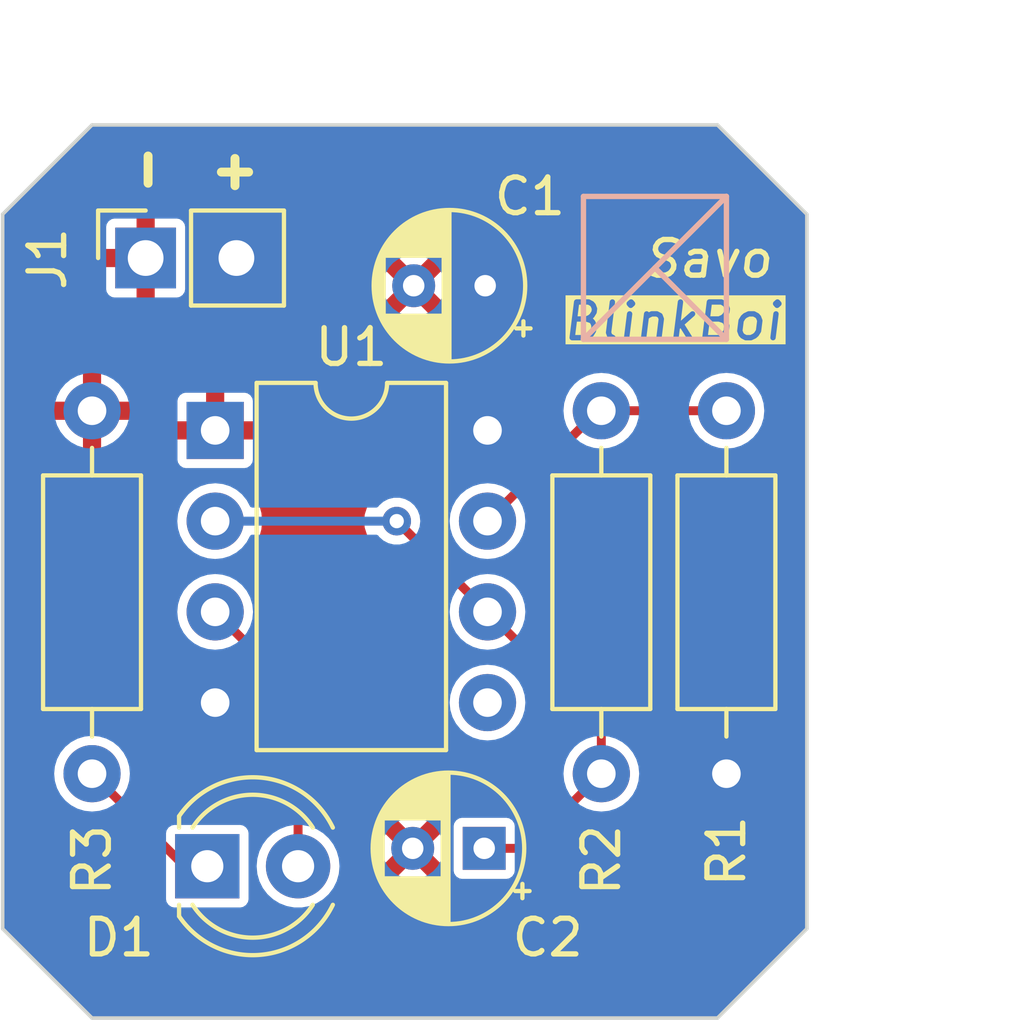
<source format=kicad_pcb>
(kicad_pcb (version 20221018) (generator pcbnew)
  (title_block (title "BlinkBoi") (date "2023-07-14") (rev "1.3") (company "HPVDT") (comment 1 "Practice KiCad project") (comment 3 "Should flash at about 0.5 Hz") (comment 4 "555 timer based LED blinker"))
  (layers (0 "F.Cu" signal) (31 "B.Cu" signal) (34 "B.Paste" user) (35 "F.Paste" user) (36 "B.SilkS" user "B.Silkscreen") (37 "F.SilkS" user "F.Silkscreen") (38 "B.Mask" user) (39 "F.Mask" user) (44 "Edge.Cuts" user))
  (net 0 "")
  (net 1 "VCC")
  (net 2 "GND")
  (net 3 "/THR")
  (net 4 "/OUT")
  (net 5 "/DIS")
  (net 7 "Net-(D1-K)")
  (footprint "LED_THT:LED_D4.0mm" (layer "F.Cu") (at 155.725 98.25)
    (fp_text reference "D1" (at -2.475 2) (layer "F.SilkS"))
    (fp_text value "LED")
    (fp_line (start -0.79 -1.399) (end -0.79 -1.08) (stroke (width 0.12)) (layer "F.SilkS"))
    (fp_line (start -0.79 1.08) (end -0.79 1.399) (stroke (width 0.12)) (layer "F.SilkS"))
    (fp_arc (start -0.79 -1.398749) (mid 1.453519 -2.483228) (end 3.513242 -1.080724) (stroke (width 0.12)) (layer "F.SilkS"))
    (fp_arc (start -0.41333 -1.08) (mid 1.269429 -2) (end 2.952713 -1.080961) (stroke (width 0.12)) (layer "F.SilkS"))
    (fp_arc (start 2.952713 1.080961) (mid 1.269429 2) (end -0.41333 1.08) (stroke (width 0.12)) (layer "F.SilkS"))
    (fp_arc (start 3.513242 1.080724) (mid 1.453519 2.483228) (end -0.79 1.398749) (stroke (width 0.12)) (layer "F.SilkS"))
    (pad "1" thru_hole rect (at 0 0) (size 1.8 1.8) (drill 0.9) (layers "*.Cu" "*.Mask") (net 7 "Net-(D1-K)"))
    (pad "2" thru_hole circle (at 2.54 0) (size 1.8 1.8) (drill 0.9) (layers "*.Cu" "*.Mask") (net 4 "/OUT"))
  )
  (footprint "Connector_PinSocket_2.54mm:PinSocket_1x02_P2.54mm_Vertical" (layer "F.Cu") (at 154 81.225 90)
    (fp_text reference "J1" (at -0.025 -2.75 270) (layer "F.SilkS"))
    (fp_text value "PWR")
    (fp_line (start -1.33 1.27) (end -1.33 3.87) (stroke (width 0.12)) (layer "F.SilkS"))
    (fp_line (start -1.33 1.27) (end 1.33 1.27) (stroke (width 0.12)) (layer "F.SilkS"))
    (fp_line (start -1.33 3.87) (end 1.33 3.87) (stroke (width 0.12)) (layer "F.SilkS"))
    (fp_line (start 0 -1.33) (end 1.33 -1.33) (stroke (width 0.12)) (layer "F.SilkS"))
    (fp_line (start 1.33 -1.33) (end 1.33 0) (stroke (width 0.12)) (layer "F.SilkS"))
    (fp_line (start 1.33 1.27) (end 1.33 3.87) (stroke (width 0.12)) (layer "F.SilkS"))
    (pad "1" thru_hole rect (at 0 0 90) (size 1.7 1.7) (drill 1) (layers "*.Cu" "*.Mask") (net 2 "GND"))
    (pad "2" thru_hole oval (at 0 2.54 90) (size 1.7 1.7) (drill 1) (layers "*.Cu" "*.Mask") (net 1 "VCC"))
  )
  (footprint "Package_DIP:DIP-8_W7.62mm" (layer "F.Cu") (at 155.945199 86.05)
    (fp_text reference "U1" (at 3.81 -2.33) (layer "F.SilkS"))
    (fp_text value "LM555xN")
    (fp_line (start 1.16 -1.33) (end 1.16 8.95) (stroke (width 0.12)) (layer "F.SilkS"))
    (fp_line (start 1.16 8.95) (end 6.46 8.95) (stroke (width 0.12)) (layer "F.SilkS"))
    (fp_line (start 2.81 -1.33) (end 1.16 -1.33) (stroke (width 0.12)) (layer "F.SilkS"))
    (fp_line (start 6.46 -1.33) (end 4.81 -1.33) (stroke (width 0.12)) (layer "F.SilkS"))
    (fp_line (start 6.46 8.95) (end 6.46 -1.33) (stroke (width 0.12)) (layer "F.SilkS"))
    (fp_arc (start 4.81 -1.33) (mid 3.81 -0.33) (end 2.81 -1.33) (stroke (width 0.12)) (layer "F.SilkS"))
    (pad "1" thru_hole rect (at 0 0) (size 1.6 1.6) (drill 0.8) (layers "*.Cu" "*.Mask") (net 2 "GND"))
    (pad "2" thru_hole oval (at 0 2.54) (size 1.6 1.6) (drill 0.8) (layers "*.Cu" "*.Mask") (net 3 "/THR"))
    (pad "3" thru_hole oval (at 0 5.08) (size 1.6 1.6) (drill 0.8) (layers "*.Cu" "*.Mask") (net 4 "/OUT"))
    (pad "4" thru_hole oval (at 0 7.62) (size 1.6 1.6) (drill 0.8) (layers "*.Cu" "*.Mask") (net 1 "VCC"))
    (pad "5" thru_hole oval (at 7.62 7.62) (size 1.6 1.6) (drill 0.8) (layers "*.Cu" "*.Mask"))
    (pad "6" thru_hole oval (at 7.62 5.08) (size 1.6 1.6) (drill 0.8) (layers "*.Cu" "*.Mask") (net 3 "/THR"))
    (pad "7" thru_hole oval (at 7.62 2.54) (size 1.6 1.6) (drill 0.8) (layers "*.Cu" "*.Mask") (net 5 "/DIS"))
    (pad "8" thru_hole oval (at 7.62 0) (size 1.6 1.6) (drill 0.8) (layers "*.Cu" "*.Mask") (net 1 "VCC"))
  )
  (footprint "Resistor_THT:R_Axial_DIN0207_L6.3mm_D2.5mm_P10.16mm_Horizontal" (layer "F.Cu") (at 170.25 95.66 90)
    (fp_text reference "R1" (at -2.17 0 90) (layer "F.SilkS"))
    (fp_text value "1k")
    (fp_line (start 1.04 0) (end 1.81 0) (stroke (width 0.12)) (layer "F.SilkS"))
    (fp_line (start 1.81 -1.37) (end 1.81 1.37) (stroke (width 0.12)) (layer "F.SilkS"))
    (fp_line (start 1.81 1.37) (end 8.35 1.37) (stroke (width 0.12)) (layer "F.SilkS"))
    (fp_line (start 8.35 -1.37) (end 1.81 -1.37) (stroke (width 0.12)) (layer "F.SilkS"))
    (fp_line (start 8.35 1.37) (end 8.35 -1.37) (stroke (width 0.12)) (layer "F.SilkS"))
    (fp_line (start 9.12 0) (end 8.35 0) (stroke (width 0.12)) (layer "F.SilkS"))
    (pad "1" thru_hole circle (at 0 0 90) (size 1.6 1.6) (drill 0.8) (layers "*.Cu" "*.Mask") (net 1 "VCC"))
    (pad "2" thru_hole oval (at 10.16 0 90) (size 1.6 1.6) (drill 0.8) (layers "*.Cu" "*.Mask") (net 5 "/DIS"))
  )
  (footprint "Capacitor_THT:CP_Radial_D4.0mm_P2.00mm" (layer "F.Cu") (at 163.4726 97.75 180)
    (fp_text reference "C2" (at -1.7774 -2.5) (layer "F.SilkS"))
    (fp_text value "10u")
    (fp_line (start -1.269801 -1.195) (end -0.869801 -1.195) (stroke (width 0.12)) (layer "F.SilkS"))
    (fp_line (start -1.069801 -1.395) (end -1.069801 -0.995) (stroke (width 0.12)) (layer "F.SilkS"))
    (fp_line (start 1 -2.08) (end 1 2.08) (stroke (width 0.12)) (layer "F.SilkS"))
    (fp_line (start 1.04 -2.08) (end 1.04 2.08) (stroke (width 0.12)) (layer "F.SilkS"))
    (fp_line (start 1.08 -2.079) (end 1.08 2.079) (stroke (width 0.12)) (layer "F.SilkS"))
    (fp_line (start 1.12 -2.077) (end 1.12 2.077) (stroke (width 0.12)) (layer "F.SilkS"))
    (fp_line (start 1.16 -2.074) (end 1.16 2.074) (stroke (width 0.12)) (layer "F.SilkS"))
    (fp_line (start 1.2 -2.071) (end 1.2 -0.84) (stroke (width 0.12)) (layer "F.SilkS"))
    (fp_line (start 1.2 0.84) (end 1.2 2.071) (stroke (width 0.12)) (layer "F.SilkS"))
    (fp_line (start 1.24 -2.067) (end 1.24 -0.84) (stroke (width 0.12)) (layer "F.SilkS"))
    (fp_line (start 1.24 0.84) (end 1.24 2.067) (stroke (width 0.12)) (layer "F.SilkS"))
    (fp_line (start 1.28 -2.062) (end 1.28 -0.84) (stroke (width 0.12)) (layer "F.SilkS"))
    (fp_line (start 1.28 0.84) (end 1.28 2.062) (stroke (width 0.12)) (layer "F.SilkS"))
    (fp_line (start 1.32 -2.056) (end 1.32 -0.84) (stroke (width 0.12)) (layer "F.SilkS"))
    (fp_line (start 1.32 0.84) (end 1.32 2.056) (stroke (width 0.12)) (layer "F.SilkS"))
    (fp_line (start 1.36 -2.05) (end 1.36 -0.84) (stroke (width 0.12)) (layer "F.SilkS"))
    (fp_line (start 1.36 0.84) (end 1.36 2.05) (stroke (width 0.12)) (layer "F.SilkS"))
    (fp_line (start 1.4 -2.042) (end 1.4 -0.84) (stroke (width 0.12)) (layer "F.SilkS"))
    (fp_line (start 1.4 0.84) (end 1.4 2.042) (stroke (width 0.12)) (layer "F.SilkS"))
    (fp_line (start 1.44 -2.034) (end 1.44 -0.84) (stroke (width 0.12)) (layer "F.SilkS"))
    (fp_line (start 1.44 0.84) (end 1.44 2.034) (stroke (width 0.12)) (layer "F.SilkS"))
    (fp_line (start 1.48 -2.025) (end 1.48 -0.84) (stroke (width 0.12)) (layer "F.SilkS"))
    (fp_line (start 1.48 0.84) (end 1.48 2.025) (stroke (width 0.12)) (layer "F.SilkS"))
    (fp_line (start 1.52 -2.016) (end 1.52 -0.84) (stroke (width 0.12)) (layer "F.SilkS"))
    (fp_line (start 1.52 0.84) (end 1.52 2.016) (stroke (width 0.12)) (layer "F.SilkS"))
    (fp_line (start 1.56 -2.005) (end 1.56 -0.84) (stroke (width 0.12)) (layer "F.SilkS"))
    (fp_line (start 1.56 0.84) (end 1.56 2.005) (stroke (width 0.12)) (layer "F.SilkS"))
    (fp_line (start 1.6 -1.994) (end 1.6 -0.84) (stroke (width 0.12)) (layer "F.SilkS"))
    (fp_line (start 1.6 0.84) (end 1.6 1.994) (stroke (width 0.12)) (layer "F.SilkS"))
    (fp_line (start 1.64 -1.982) (end 1.64 -0.84) (stroke (width 0.12)) (layer "F.SilkS"))
    (fp_line (start 1.64 0.84) (end 1.64 1.982) (stroke (width 0.12)) (layer "F.SilkS"))
    (fp_line (start 1.68 -1.968) (end 1.68 -0.84) (stroke (width 0.12)) (layer "F.SilkS"))
    (fp_line (start 1.68 0.84) (end 1.68 1.968) (stroke (width 0.12)) (layer "F.SilkS"))
    (fp_line (start 1.721 -1.954) (end 1.721 -0.84) (stroke (width 0.12)) (layer "F.SilkS"))
    (fp_line (start 1.721 0.84) (end 1.721 1.954) (stroke (width 0.12)) (layer "F.SilkS"))
    (fp_line (start 1.761 -1.94) (end 1.761 -0.84) (stroke (width 0.12)) (layer "F.SilkS"))
    (fp_line (start 1.761 0.84) (end 1.761 1.94) (stroke (width 0.12)) (layer "F.SilkS"))
    (fp_line (start 1.801 -1.924) (end 1.801 -0.84) (stroke (width 0.12)) (layer "F.SilkS"))
    (fp_line (start 1.801 0.84) (end 1.801 1.924) (stroke (width 0.12)) (layer "F.SilkS"))
    (fp_line (start 1.841 -1.907) (end 1.841 -0.84) (stroke (width 0.12)) (layer "F.SilkS"))
    (fp_line (start 1.841 0.84) (end 1.841 1.907) (stroke (width 0.12)) (layer "F.SilkS"))
    (fp_line (start 1.881 -1.889) (end 1.881 -0.84) (stroke (width 0.12)) (layer "F.SilkS"))
    (fp_line (start 1.881 0.84) (end 1.881 1.889) (stroke (width 0.12)) (layer "F.SilkS"))
    (fp_line (start 1.921 -1.87) (end 1.921 -0.84) (stroke (width 0.12)) (layer "F.SilkS"))
    (fp_line (start 1.921 0.84) (end 1.921 1.87) (stroke (width 0.12)) (layer "F.SilkS"))
    (fp_line (start 1.961 -1.851) (end 1.961 -0.84) (stroke (width 0.12)) (layer "F.SilkS"))
    (fp_line (start 1.961 0.84) (end 1.961 1.851) (stroke (width 0.12)) (layer "F.SilkS"))
    (fp_line (start 2.001 -1.83) (end 2.001 -0.84) (stroke (width 0.12)) (layer "F.SilkS"))
    (fp_line (start 2.001 0.84) (end 2.001 1.83) (stroke (width 0.12)) (layer "F.SilkS"))
    (fp_line (start 2.041 -1.808) (end 2.041 -0.84) (stroke (width 0.12)) (layer "F.SilkS"))
    (fp_line (start 2.041 0.84) (end 2.041 1.808) (stroke (width 0.12)) (layer "F.SilkS"))
    (fp_line (start 2.081 -1.785) (end 2.081 -0.84) (stroke (width 0.12)) (layer "F.SilkS"))
    (fp_line (start 2.081 0.84) (end 2.081 1.785) (stroke (width 0.12)) (layer "F.SilkS"))
    (fp_line (start 2.121 -1.76) (end 2.121 -0.84) (stroke (width 0.12)) (layer "F.SilkS"))
    (fp_line (start 2.121 0.84) (end 2.121 1.76) (stroke (width 0.12)) (layer "F.SilkS"))
    (fp_line (start 2.161 -1.735) (end 2.161 -0.84) (stroke (width 0.12)) (layer "F.SilkS"))
    (fp_line (start 2.161 0.84) (end 2.161 1.735) (stroke (width 0.12)) (layer "F.SilkS"))
    (fp_line (start 2.201 -1.708) (end 2.201 -0.84) (stroke (width 0.12)) (layer "F.SilkS"))
    (fp_line (start 2.201 0.84) (end 2.201 1.708) (stroke (width 0.12)) (layer "F.SilkS"))
    (fp_line (start 2.241 -1.68) (end 2.241 -0.84) (stroke (width 0.12)) (layer "F.SilkS"))
    (fp_line (start 2.241 0.84) (end 2.241 1.68) (stroke (width 0.12)) (layer "F.SilkS"))
    (fp_line (start 2.281 -1.65) (end 2.281 -0.84) (stroke (width 0.12)) (layer "F.SilkS"))
    (fp_line (start 2.281 0.84) (end 2.281 1.65) (stroke (width 0.12)) (layer "F.SilkS"))
    (fp_line (start 2.321 -1.619) (end 2.321 -0.84) (stroke (width 0.12)) (layer "F.SilkS"))
    (fp_line (start 2.321 0.84) (end 2.321 1.619) (stroke (width 0.12)) (layer "F.SilkS"))
    (fp_line (start 2.361 -1.587) (end 2.361 -0.84) (stroke (width 0.12)) (layer "F.SilkS"))
    (fp_line (start 2.361 0.84) (end 2.361 1.587) (stroke (width 0.12)) (layer "F.SilkS"))
    (fp_line (start 2.401 -1.552) (end 2.401 -0.84) (stroke (width 0.12)) (layer "F.SilkS"))
    (fp_line (start 2.401 0.84) (end 2.401 1.552) (stroke (width 0.12)) (layer "F.SilkS"))
    (fp_line (start 2.441 -1.516) (end 2.441 -0.84) (stroke (width 0.12)) (layer "F.SilkS"))
    (fp_line (start 2.441 0.84) (end 2.441 1.516) (stroke (width 0.12)) (layer "F.SilkS"))
    (fp_line (start 2.481 -1.478) (end 2.481 -0.84) (stroke (width 0.12)) (layer "F.SilkS"))
    (fp_line (start 2.481 0.84) (end 2.481 1.478) (stroke (width 0.12)) (layer "F.SilkS"))
    (fp_line (start 2.521 -1.438) (end 2.521 -0.84) (stroke (width 0.12)) (layer "F.SilkS"))
    (fp_line (start 2.521 0.84) (end 2.521 1.438) (stroke (width 0.12)) (layer "F.SilkS"))
    (fp_line (start 2.561 -1.396) (end 2.561 -0.84) (stroke (width 0.12)) (layer "F.SilkS"))
    (fp_line (start 2.561 0.84) (end 2.561 1.396) (stroke (width 0.12)) (layer "F.SilkS"))
    (fp_line (start 2.601 -1.351) (end 2.601 -0.84) (stroke (width 0.12)) (layer "F.SilkS"))
    (fp_line (start 2.601 0.84) (end 2.601 1.351) (stroke (width 0.12)) (layer "F.SilkS"))
    (fp_line (start 2.641 -1.304) (end 2.641 -0.84) (stroke (width 0.12)) (layer "F.SilkS"))
    (fp_line (start 2.641 0.84) (end 2.641 1.304) (stroke (width 0.12)) (layer "F.SilkS"))
    (fp_line (start 2.681 -1.254) (end 2.681 -0.84) (stroke (width 0.12)) (layer "F.SilkS"))
    (fp_line (start 2.681 0.84) (end 2.681 1.254) (stroke (width 0.12)) (layer "F.SilkS"))
    (fp_line (start 2.721 -1.2) (end 2.721 -0.84) (stroke (width 0.12)) (layer "F.SilkS"))
    (fp_line (start 2.721 0.84) (end 2.721 1.2) (stroke (width 0.12)) (layer "F.SilkS"))
    (fp_line (start 2.761 -1.142) (end 2.761 -0.84) (stroke (width 0.12)) (layer "F.SilkS"))
    (fp_line (start 2.761 0.84) (end 2.761 1.142) (stroke (width 0.12)) (layer "F.SilkS"))
    (fp_line (start 2.801 -1.08) (end 2.801 -0.84) (stroke (width 0.12)) (layer "F.SilkS"))
    (fp_line (start 2.801 0.84) (end 2.801 1.08) (stroke (width 0.12)) (layer "F.SilkS"))
    (fp_line (start 2.841 -1.013) (end 2.841 1.013) (stroke (width 0.12)) (layer "F.SilkS"))
    (fp_line (start 2.881 -0.94) (end 2.881 0.94) (stroke (width 0.12)) (layer "F.SilkS"))
    (fp_line (start 2.921 -0.859) (end 2.921 0.859) (stroke (width 0.12)) (layer "F.SilkS"))
    (fp_line (start 2.961 -0.768) (end 2.961 0.768) (stroke (width 0.12)) (layer "F.SilkS"))
    (fp_line (start 3.001 -0.664) (end 3.001 0.664) (stroke (width 0.12)) (layer "F.SilkS"))
    (fp_line (start 3.041 -0.537) (end 3.041 0.537) (stroke (width 0.12)) (layer "F.SilkS"))
    (fp_line (start 3.081 -0.37) (end 3.081 0.37) (stroke (width 0.12)) (layer "F.SilkS"))
    (fp_circle (center 1 0) (end 3.12 0) (stroke (width 0.12)) (fill none) (layer "F.SilkS"))
    (pad "1" thru_hole rect (at 0 0 180) (size 1.2 1.2) (drill 0.6) (layers "*.Cu" "*.Mask") (net 3 "/THR"))
    (pad "2" thru_hole circle (at 2 0 180) (size 1.2 1.2) (drill 0.6) (layers "*.Cu" "*.Mask") (net 2 "GND"))
  )
  (footprint "Resistor_THT:R_Axial_DIN0207_L6.3mm_D2.5mm_P10.16mm_Horizontal" (layer "F.Cu") (at 166.75 85.5 -90)
    (fp_text reference "R2" (at 12.58 0 90) (layer "F.SilkS"))
    (fp_text value "144k")
    (fp_line (start 1.04 0) (end 1.81 0) (stroke (width 0.12)) (layer "F.SilkS"))
    (fp_line (start 1.81 -1.37) (end 1.81 1.37) (stroke (width 0.12)) (layer "F.SilkS"))
    (fp_line (start 1.81 1.37) (end 8.35 1.37) (stroke (width 0.12)) (layer "F.SilkS"))
    (fp_line (start 8.35 -1.37) (end 1.81 -1.37) (stroke (width 0.12)) (layer "F.SilkS"))
    (fp_line (start 8.35 1.37) (end 8.35 -1.37) (stroke (width 0.12)) (layer "F.SilkS"))
    (fp_line (start 9.12 0) (end 8.35 0) (stroke (width 0.12)) (layer "F.SilkS"))
    (pad "1" thru_hole circle (at 0 0 270) (size 1.6 1.6) (drill 0.8) (layers "*.Cu" "*.Mask") (net 5 "/DIS"))
    (pad "2" thru_hole oval (at 10.16 0 270) (size 1.6 1.6) (drill 0.8) (layers "*.Cu" "*.Mask") (net 3 "/THR"))
  )
  (footprint "Resistor_THT:R_Axial_DIN0207_L6.3mm_D2.5mm_P10.16mm_Horizontal" (layer "F.Cu") (at 152.5 95.66 90)
    (fp_text reference "R3" (at -2.42 0 90) (layer "F.SilkS"))
    (fp_text value "470")
    (fp_line (start 1.04 0) (end 1.81 0) (stroke (width 0.12)) (layer "F.SilkS"))
    (fp_line (start 1.81 -1.37) (end 1.81 1.37) (stroke (width 0.12)) (layer "F.SilkS"))
    (fp_line (start 1.81 1.37) (end 8.35 1.37) (stroke (width 0.12)) (layer "F.SilkS"))
    (fp_line (start 8.35 -1.37) (end 1.81 -1.37) (stroke (width 0.12)) (layer "F.SilkS"))
    (fp_line (start 8.35 1.37) (end 8.35 -1.37) (stroke (width 0.12)) (layer "F.SilkS"))
    (fp_line (start 9.12 0) (end 8.35 0) (stroke (width 0.12)) (layer "F.SilkS"))
    (pad "1" thru_hole circle (at 0 0 90) (size 1.6 1.6) (drill 0.8) (layers "*.Cu" "*.Mask") (net 7 "Net-(D1-K)"))
    (pad "2" thru_hole oval (at 10.16 0 90) (size 1.6 1.6) (drill 0.8) (layers "*.Cu" "*.Mask") (net 2 "GND"))
  )
  (footprint "Capacitor_THT:CP_Radial_D4.0mm_P2.00mm" (layer "F.Cu") (at 163.5 82 180)
    (fp_text reference "C1" (at -1.25 2.5) (layer "F.SilkS"))
    (fp_text value "1u")
    (fp_line (start -1.269801 -1.195) (end -0.869801 -1.195) (stroke (width 0.12)) (layer "F.SilkS"))
    (fp_line (start -1.069801 -1.395) (end -1.069801 -0.995) (stroke (width 0.12)) (layer "F.SilkS"))
    (fp_line (start 1 -2.08) (end 1 2.08) (stroke (width 0.12)) (layer "F.SilkS"))
    (fp_line (start 1.04 -2.08) (end 1.04 2.08) (stroke (width 0.12)) (layer "F.SilkS"))
    (fp_line (start 1.08 -2.079) (end 1.08 2.079) (stroke (width 0.12)) (layer "F.SilkS"))
    (fp_line (start 1.12 -2.077) (end 1.12 2.077) (stroke (width 0.12)) (layer "F.SilkS"))
    (fp_line (start 1.16 -2.074) (end 1.16 2.074) (stroke (width 0.12)) (layer "F.SilkS"))
    (fp_line (start 1.2 -2.071) (end 1.2 -0.84) (stroke (width 0.12)) (layer "F.SilkS"))
    (fp_line (start 1.2 0.84) (end 1.2 2.071) (stroke (width 0.12)) (layer "F.SilkS"))
    (fp_line (start 1.24 -2.067) (end 1.24 -0.84) (stroke (width 0.12)) (layer "F.SilkS"))
    (fp_line (start 1.24 0.84) (end 1.24 2.067) (stroke (width 0.12)) (layer "F.SilkS"))
    (fp_line (start 1.28 -2.062) (end 1.28 -0.84) (stroke (width 0.12)) (layer "F.SilkS"))
    (fp_line (start 1.28 0.84) (end 1.28 2.062) (stroke (width 0.12)) (layer "F.SilkS"))
    (fp_line (start 1.32 -2.056) (end 1.32 -0.84) (stroke (width 0.12)) (layer "F.SilkS"))
    (fp_line (start 1.32 0.84) (end 1.32 2.056) (stroke (width 0.12)) (layer "F.SilkS"))
    (fp_line (start 1.36 -2.05) (end 1.36 -0.84) (stroke (width 0.12)) (layer "F.SilkS"))
    (fp_line (start 1.36 0.84) (end 1.36 2.05) (stroke (width 0.12)) (layer "F.SilkS"))
    (fp_line (start 1.4 -2.042) (end 1.4 -0.84) (stroke (width 0.12)) (layer "F.SilkS"))
    (fp_line (start 1.4 0.84) (end 1.4 2.042) (stroke (width 0.12)) (layer "F.SilkS"))
    (fp_line (start 1.44 -2.034) (end 1.44 -0.84) (stroke (width 0.12)) (layer "F.SilkS"))
    (fp_line (start 1.44 0.84) (end 1.44 2.034) (stroke (width 0.12)) (layer "F.SilkS"))
    (fp_line (start 1.48 -2.025) (end 1.48 -0.84) (stroke (width 0.12)) (layer "F.SilkS"))
    (fp_line (start 1.48 0.84) (end 1.48 2.025) (stroke (width 0.12)) (layer "F.SilkS"))
    (fp_line (start 1.52 -2.016) (end 1.52 -0.84) (stroke (width 0.12)) (layer "F.SilkS"))
    (fp_line (start 1.52 0.84) (end 1.52 2.016) (stroke (width 0.12)) (layer "F.SilkS"))
    (fp_line (start 1.56 -2.005) (end 1.56 -0.84) (stroke (width 0.12)) (layer "F.SilkS"))
    (fp_line (start 1.56 0.84) (end 1.56 2.005) (stroke (width 0.12)) (layer "F.SilkS"))
    (fp_line (start 1.6 -1.994) (end 1.6 -0.84) (stroke (width 0.12)) (layer "F.SilkS"))
    (fp_line (start 1.6 0.84) (end 1.6 1.994) (stroke (width 0.12)) (layer "F.SilkS"))
    (fp_line (start 1.64 -1.982) (end 1.64 -0.84) (stroke (width 0.12)) (layer "F.SilkS"))
    (fp_line (start 1.64 0.84) (end 1.64 1.982) (stroke (width 0.12)) (layer "F.SilkS"))
    (fp_line (start 1.68 -1.968) (end 1.68 -0.84) (stroke (width 0.12)) (layer "F.SilkS"))
    (fp_line (start 1.68 0.84) (end 1.68 1.968) (stroke (width 0.12)) (layer "F.SilkS"))
    (fp_line (start 1.721 -1.954) (end 1.721 -0.84) (stroke (width 0.12)) (layer "F.SilkS"))
    (fp_line (start 1.721 0.84) (end 1.721 1.954) (stroke (width 0.12)) (layer "F.SilkS"))
    (fp_line (start 1.761 -1.94) (end 1.761 -0.84) (stroke (width 0.12)) (layer "F.SilkS"))
    (fp_line (start 1.761 0.84) (end 1.761 1.94) (stroke (width 0.12)) (layer "F.SilkS"))
    (fp_line (start 1.801 -1.924) (end 1.801 -0.84) (stroke (width 0.12)) (layer "F.SilkS"))
    (fp_line (start 1.801 0.84) (end 1.801 1.924) (stroke (width 0.12)) (layer "F.SilkS"))
    (fp_line (start 1.841 -1.907) (end 1.841 -0.84) (stroke (width 0.12)) (layer "F.SilkS"))
    (fp_line (start 1.841 0.84) (end 1.841 1.907) (stroke (width 0.12)) (layer "F.SilkS"))
    (fp_line (start 1.881 -1.889) (end 1.881 -0.84) (stroke (width 0.12)) (layer "F.SilkS"))
    (fp_line (start 1.881 0.84) (end 1.881 1.889) (stroke (width 0.12)) (layer "F.SilkS"))
    (fp_line (start 1.921 -1.87) (end 1.921 -0.84) (stroke (width 0.12)) (layer "F.SilkS"))
    (fp_line (start 1.921 0.84) (end 1.921 1.87) (stroke (width 0.12)) (layer "F.SilkS"))
    (fp_line (start 1.961 -1.851) (end 1.961 -0.84) (stroke (width 0.12)) (layer "F.SilkS"))
    (fp_line (start 1.961 0.84) (end 1.961 1.851) (stroke (width 0.12)) (layer "F.SilkS"))
    (fp_line (start 2.001 -1.83) (end 2.001 -0.84) (stroke (width 0.12)) (layer "F.SilkS"))
    (fp_line (start 2.001 0.84) (end 2.001 1.83) (stroke (width 0.12)) (layer "F.SilkS"))
    (fp_line (start 2.041 -1.808) (end 2.041 -0.84) (stroke (width 0.12)) (layer "F.SilkS"))
    (fp_line (start 2.041 0.84) (end 2.041 1.808) (stroke (width 0.12)) (layer "F.SilkS"))
    (fp_line (start 2.081 -1.785) (end 2.081 -0.84) (stroke (width 0.12)) (layer "F.SilkS"))
    (fp_line (start 2.081 0.84) (end 2.081 1.785) (stroke (width 0.12)) (layer "F.SilkS"))
    (fp_line (start 2.121 -1.76) (end 2.121 -0.84) (stroke (width 0.12)) (layer "F.SilkS"))
    (fp_line (start 2.121 0.84) (end 2.121 1.76) (stroke (width 0.12)) (layer "F.SilkS"))
    (fp_line (start 2.161 -1.735) (end 2.161 -0.84) (stroke (width 0.12)) (layer "F.SilkS"))
    (fp_line (start 2.161 0.84) (end 2.161 1.735) (stroke (width 0.12)) (layer "F.SilkS"))
    (fp_line (start 2.201 -1.708) (end 2.201 -0.84) (stroke (width 0.12)) (layer "F.SilkS"))
    (fp_line (start 2.201 0.84) (end 2.201 1.708) (stroke (width 0.12)) (layer "F.SilkS"))
    (fp_line (start 2.241 -1.68) (end 2.241 -0.84) (stroke (width 0.12)) (layer "F.SilkS"))
    (fp_line (start 2.241 0.84) (end 2.241 1.68) (stroke (width 0.12)) (layer "F.SilkS"))
    (fp_line (start 2.281 -1.65) (end 2.281 -0.84) (stroke (width 0.12)) (layer "F.SilkS"))
    (fp_line (start 2.281 0.84) (end 2.281 1.65) (stroke (width 0.12)) (layer "F.SilkS"))
    (fp_line (start 2.321 -1.619) (end 2.321 -0.84) (stroke (width 0.12)) (layer "F.SilkS"))
    (fp_line (start 2.321 0.84) (end 2.321 1.619) (stroke (width 0.12)) (layer "F.SilkS"))
    (fp_line (start 2.361 -1.587) (end 2.361 -0.84) (stroke (width 0.12)) (layer "F.SilkS"))
    (fp_line (start 2.361 0.84) (end 2.361 1.587) (stroke (width 0.12)) (layer "F.SilkS"))
    (fp_line (start 2.401 -1.552) (end 2.401 -0.84) (stroke (width 0.12)) (layer "F.SilkS"))
    (fp_line (start 2.401 0.84) (end 2.401 1.552) (stroke (width 0.12)) (layer "F.SilkS"))
    (fp_line (start 2.441 -1.516) (end 2.441 -0.84) (stroke (width 0.12)) (layer "F.SilkS"))
    (fp_line (start 2.441 0.84) (end 2.441 1.516) (stroke (width 0.12)) (layer "F.SilkS"))
    (fp_line (start 2.481 -1.478) (end 2.481 -0.84) (stroke (width 0.12)) (layer "F.SilkS"))
    (fp_line (start 2.481 0.84) (end 2.481 1.478) (stroke (width 0.12)) (layer "F.SilkS"))
    (fp_line (start 2.521 -1.438) (end 2.521 -0.84) (stroke (width 0.12)) (layer "F.SilkS"))
    (fp_line (start 2.521 0.84) (end 2.521 1.438) (stroke (width 0.12)) (layer "F.SilkS"))
    (fp_line (start 2.561 -1.396) (end 2.561 -0.84) (stroke (width 0.12)) (layer "F.SilkS"))
    (fp_line (start 2.561 0.84) (end 2.561 1.396) (stroke (width 0.12)) (layer "F.SilkS"))
    (fp_line (start 2.601 -1.351) (end 2.601 -0.84) (stroke (width 0.12)) (layer "F.SilkS"))
    (fp_line (start 2.601 0.84) (end 2.601 1.351) (stroke (width 0.12)) (layer "F.SilkS"))
    (fp_line (start 2.641 -1.304) (end 2.641 -0.84) (stroke (width 0.12)) (layer "F.SilkS"))
    (fp_line (start 2.641 0.84) (end 2.641 1.304) (stroke (width 0.12)) (layer "F.SilkS"))
    (fp_line (start 2.681 -1.254) (end 2.681 -0.84) (stroke (width 0.12)) (layer "F.SilkS"))
    (fp_line (start 2.681 0.84) (end 2.681 1.254) (stroke (width 0.12)) (layer "F.SilkS"))
    (fp_line (start 2.721 -1.2) (end 2.721 -0.84) (stroke (width 0.12)) (layer "F.SilkS"))
    (fp_line (start 2.721 0.84) (end 2.721 1.2) (stroke (width 0.12)) (layer "F.SilkS"))
    (fp_line (start 2.761 -1.142) (end 2.761 -0.84) (stroke (width 0.12)) (layer "F.SilkS"))
    (fp_line (start 2.761 0.84) (end 2.761 1.142) (stroke (width 0.12)) (layer "F.SilkS"))
    (fp_line (start 2.801 -1.08) (end 2.801 -0.84) (stroke (width 0.12)) (layer "F.SilkS"))
    (fp_line (start 2.801 0.84) (end 2.801 1.08) (stroke (width 0.12)) (layer "F.SilkS"))
    (fp_line (start 2.841 -1.013) (end 2.841 1.013) (stroke (width 0.12)) (layer "F.SilkS"))
    (fp_line (start 2.881 -0.94) (end 2.881 0.94) (stroke (width 0.12)) (layer "F.SilkS"))
    (fp_line (start 2.921 -0.859) (end 2.921 0.859) (stroke (width 0.12)) (layer "F.SilkS"))
    (fp_line (start 2.961 -0.768) (end 2.961 0.768) (stroke (width 0.12)) (layer "F.SilkS"))
    (fp_line (start 3.001 -0.664) (end 3.001 0.664) (stroke (width 0.12)) (layer "F.SilkS"))
    (fp_line (start 3.041 -0.537) (end 3.041 0.537) (stroke (width 0.12)) (layer "F.SilkS"))
    (fp_line (start 3.081 -0.37) (end 3.081 0.37) (stroke (width 0.12)) (layer "F.SilkS"))
    (fp_circle (center 1 0) (end 3.12 0) (stroke (width 0.12)) (fill none) (layer "F.SilkS"))
    (pad "1" thru_hole rect (at 0 0 180) (size 1.2 1.2) (drill 0.6) (layers "*.Cu" "*.Mask") (net 1 "VCC"))
    (pad "2" thru_hole circle (at 2 0 180) (size 1.2 1.2) (drill 0.6) (layers "*.Cu" "*.Mask") (net 2 "GND"))
  )
  (gr_line (start 168.25 81.5) (end 170.25 83.5) (stroke (width 0.15)) (layer "B.SilkS"))
  (gr_line (start 166.25 83.5) (end 166.25 79.5) (stroke (width 0.15)) (layer "B.SilkS"))
  (gr_line (start 170.25 83.5) (end 166.25 83.5) (stroke (width 0.15)) (layer "B.SilkS"))
  (gr_line (start 170.25 79.5) (end 170.25 83.5) (stroke (width 0.15)) (layer "B.SilkS"))
  (gr_line (start 166.25 83.5) (end 170.25 79.5) (stroke (width 0.15)) (layer "B.SilkS"))
  (gr_line (start 166.25 79.5) (end 170.25 79.5) (stroke (width 0.15)) (layer "B.SilkS"))
  (gr_line (start 150 80) (end 152.5 77.5) (stroke (width 0.1)) (layer "Edge.Cuts"))
  (gr_line (start 172.5 80) (end 172.5 100) (stroke (width 0.1)) (layer "Edge.Cuts"))
  (gr_line (start 150 100) (end 150 80) (stroke (width 0.1)) (layer "Edge.Cuts"))
  (gr_line (start 152.5 102.5) (end 150 100) (stroke (width 0.1)) (layer "Edge.Cuts"))
  (gr_line (start 170 77.5) (end 172.5 80) (stroke (width 0.1)) (layer "Edge.Cuts"))
  (gr_line (start 152.5 77.5) (end 170 77.5) (stroke (width 0.1)) (layer "Edge.Cuts"))
  (gr_line (start 170 102.5) (end 152.5 102.5) (stroke (width 0.1)) (layer "Edge.Cuts"))
  (gr_line (start 172.5 100) (end 170 102.5) (stroke (width 0.1)) (layer "Edge.Cuts"))
  (gr_text "+" (at 156.5 78.75) (layer "F.SilkS") (effects (font (size 1 1) (thickness 0.25))))
  (gr_text "-" (at 154 78.75 90) (layer "F.SilkS") (effects (font (size 1 1) (thickness 0.25))))
  (gr_text "Savo" (at 169.75 81.25) (layer "F.SilkS") (effects (font (size 1 1) (thickness 0.15) italic)))
  (gr_text "BlinkBoi" (at 168.75 83) (layer "F.SilkS" knockout) (effects (font (size 1 1) (thickness 0.15) italic)))
  (segment (start 164.66 97.75) (end 166.75 95.66) (width 0.25) (layer "F.Cu") (net 3))
  (segment (start 163.4726 97.75) (end 164.66 97.75) (width 0.25) (layer "F.Cu") (net 3))
  (segment (start 163.565199 91.13) (end 166.75 94.314801) (width 0.25) (layer "F.Cu") (net 3))
  (segment (start 161.025199 88.59) (end 163.565199 91.13) (width 0.25) (layer "F.Cu") (net 3))
  (segment (start 166.75 94.314801) (end 166.75 95.66) (width 0.25) (layer "F.Cu") (net 3))
  (via (at 161.025199 88.59) (size 0.8) (drill 0.4) (layers "F.Cu" "B.Cu") (net 3))
  (segment (start 155.945199 88.59) (end 161.025199 88.59) (width 0.25) (layer "B.Cu") (net 3))
  (segment (start 158.265 93.449801) (end 155.945199 91.13) (width 0.25) (layer "F.Cu") (net 4))
  (segment (start 158.265 98.25) (end 158.265 93.449801) (width 0.25) (layer "F.Cu") (net 4))
  (segment (start 163.565199 88.59) (end 166.655199 85.5) (width 0.25) (layer "F.Cu") (net 5))
  (segment (start 166.75 85.5) (end 170.25 85.5) (width 0.25) (layer "F.Cu") (net 5))
  (segment (start 166.655199 85.5) (end 166.75 85.5) (width 0.25) (layer "F.Cu") (net 5))
  (segment (start 152.5 95.66) (end 155.09 98.25) (width 0.25) (layer "F.Cu") (net 7))
  (segment (start 155.09 98.25) (end 155.725 98.25) (width 0.25) (layer "F.Cu") (net 7))
  (zone (net 2) (net_name "GND") (layer "F.Cu") (connect_pads (clearance 0.508)) (min_thickness 0.254) (fill yes (thermal_gap 0.508) (thermal_bridge_width 0.508))
    (polygon (pts (xy 172.5 102.5) (xy 150 102.5) (xy 150 77.5) (xy 172.5 77.5)))
  )
  (zone (net 1) (net_name "VCC") (layer "B.Cu") (connect_pads yes (clearance 0.254)) (min_thickness 0.127) (fill yes (thermal_gap 0.508) (thermal_bridge_width 0.508))
    (polygon (pts (xy 172.5 102.5) (xy 150 102.5) (xy 150 77.5) (xy 172.5 77.5)))
  )
)
</source>
